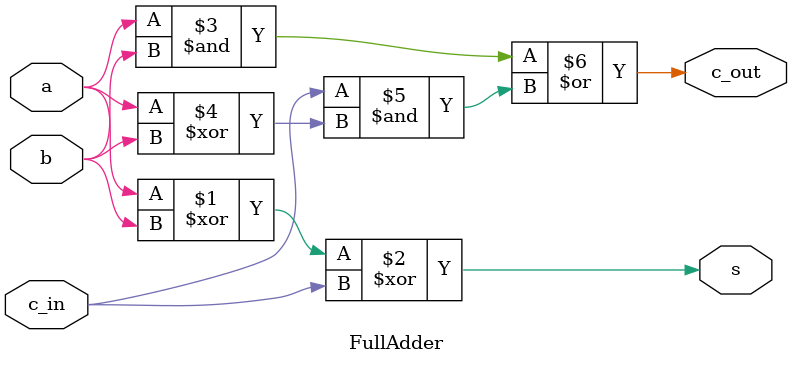
<source format=v>
/*
module FullAdder

this module is component for adding single bit numbers with carry

*/
`default_nettype none

module FullAdder(a, b, c_in, s, c_out);

	input a, b, c_in;
	output s, c_out;
	
	assign s = a ^ b ^ c_in;
	assign c_out = (a & b) | (c_in & (a ^ b));
	
endmodule 
</source>
